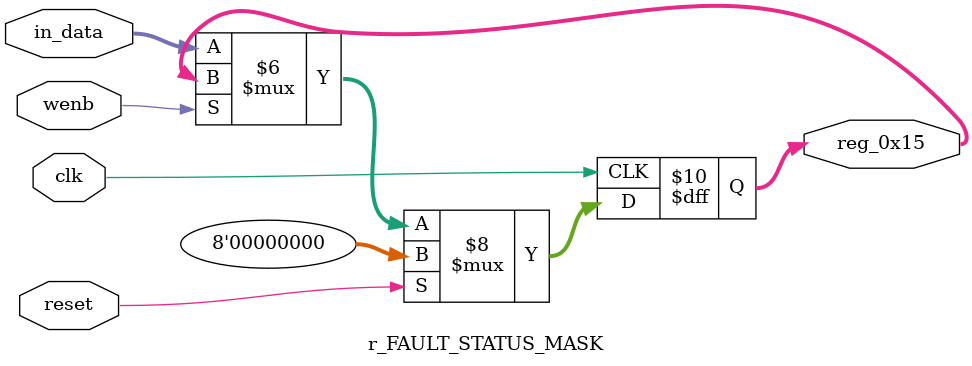
<source format=v>
module r_FAULT_STATUS_MASK(output reg [7:0] reg_0x15, input wire reset, input wire wenb, input wire [7:0] in_data, input wire clk);
	always@(posedge clk)
	begin
		if(reset==0) begin
			if(wenb==0)
				reg_0x15<=in_data;
			else
				reg_0x15<=reg_0x15;
		end
		else
			reg_0x15<=8'h00;
	end
endmodule
</source>
